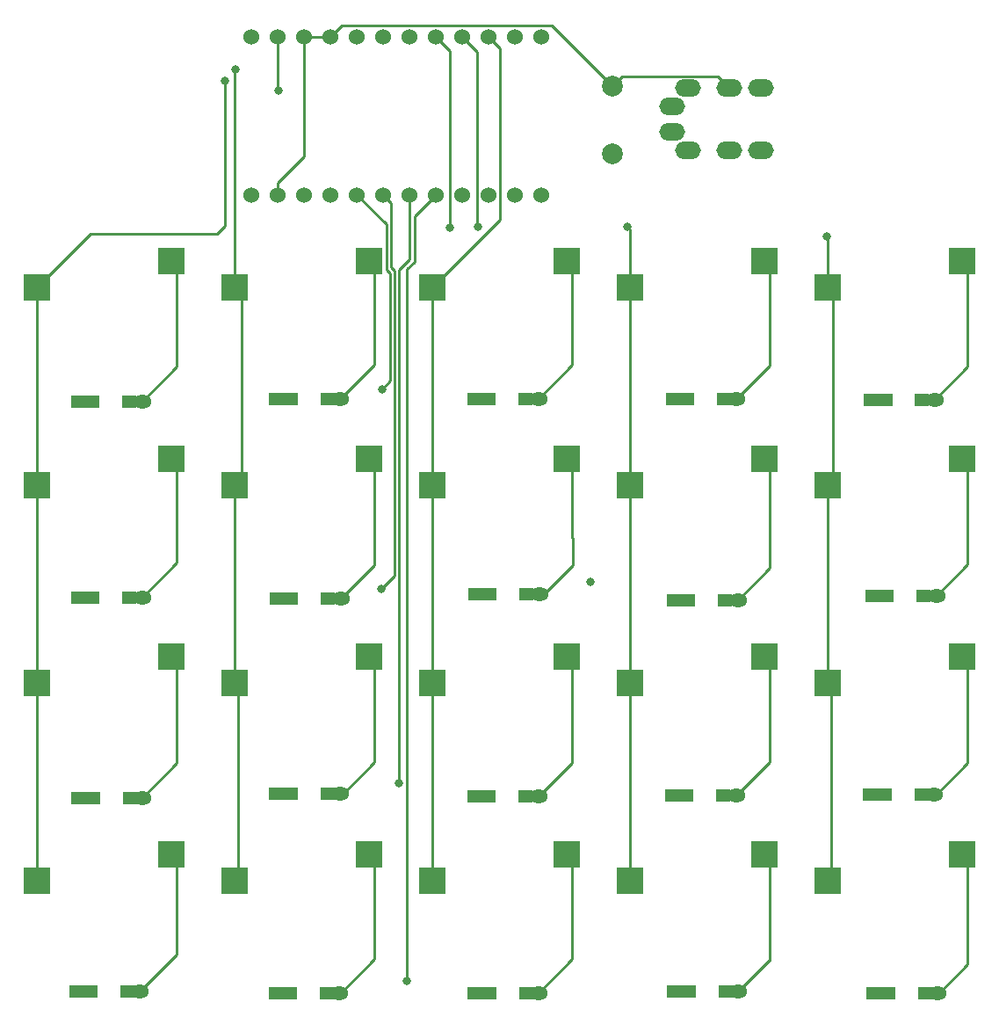
<source format=gbl>
%TF.GenerationSoftware,KiCad,Pcbnew,7.0.1-0*%
%TF.CreationDate,2023-08-16T18:45:31+09:00*%
%TF.ProjectId,jisaku20_right,6a697361-6b75-4323-905f-72696768742e,rev?*%
%TF.SameCoordinates,Original*%
%TF.FileFunction,Copper,L2,Bot*%
%TF.FilePolarity,Positive*%
%FSLAX46Y46*%
G04 Gerber Fmt 4.6, Leading zero omitted, Abs format (unit mm)*
G04 Created by KiCad (PCBNEW 7.0.1-0) date 2023-08-16 18:45:31*
%MOMM*%
%LPD*%
G01*
G04 APERTURE LIST*
%TA.AperFunction,SMDPad,CuDef*%
%ADD10R,2.550000X2.500000*%
%TD*%
%TA.AperFunction,ComponentPad*%
%ADD11C,1.524000*%
%TD*%
%TA.AperFunction,ComponentPad*%
%ADD12O,2.500000X1.700000*%
%TD*%
%TA.AperFunction,ComponentPad*%
%ADD13R,1.778000X1.300000*%
%TD*%
%TA.AperFunction,SMDPad,CuDef*%
%ADD14R,1.400000X1.300000*%
%TD*%
%TA.AperFunction,ComponentPad*%
%ADD15O,1.778000X1.300000*%
%TD*%
%TA.AperFunction,ComponentPad*%
%ADD16C,2.000000*%
%TD*%
%TA.AperFunction,ViaPad*%
%ADD17C,0.800000*%
%TD*%
%TA.AperFunction,Conductor*%
%ADD18C,0.250000*%
%TD*%
G04 APERTURE END LIST*
D10*
%TO.P,SW15,1,1*%
%TO.N,col4*%
X69115000Y-35560000D03*
%TO.P,SW15,2,2*%
%TO.N,Net-(D15-A)*%
X82042000Y-33020000D03*
%TD*%
%TO.P,SW1,1,1*%
%TO.N,col0*%
X-7085000Y2540000D03*
%TO.P,SW1,2,2*%
%TO.N,Net-(D1-A)*%
X5842000Y5080000D03*
%TD*%
D11*
%TO.P,U1,1,TX0/D3*%
%TO.N,unconnected-(U1-TX0{slash}D3-Pad1)*%
X13590000Y26652800D03*
%TO.P,U1,2,RX1/D2*%
%TO.N,data*%
X16130000Y26652800D03*
%TO.P,U1,3,GND*%
%TO.N,GND*%
X18670000Y26652800D03*
%TO.P,U1,4,GND*%
X21210000Y26652800D03*
%TO.P,U1,5,2/D1/SDA*%
%TO.N,unconnected-(U1-2{slash}D1{slash}SDA-Pad5)*%
X23750000Y26652800D03*
%TO.P,U1,6,3/D0/SCL*%
%TO.N,unconnected-(U1-3{slash}D0{slash}SCL-Pad6)*%
X26290000Y26652800D03*
%TO.P,U1,7,4/D4*%
%TO.N,unconnected-(U1-4{slash}D4-Pad7)*%
X28830000Y26652800D03*
%TO.P,U1,8,5/C6*%
%TO.N,col4*%
X31370000Y26652800D03*
%TO.P,U1,9,6/D7*%
%TO.N,col3*%
X33910000Y26652800D03*
%TO.P,U1,10,7/E6*%
%TO.N,col2*%
X36450000Y26652800D03*
%TO.P,U1,11,8/B4*%
%TO.N,col1*%
X38990000Y26652800D03*
%TO.P,U1,12,9/B5*%
%TO.N,col0*%
X41530000Y26652800D03*
%TO.P,U1,13,B6/10*%
%TO.N,unconnected-(U1-B6{slash}10-Pad13)*%
X41530000Y11432800D03*
%TO.P,U1,14,B2/16*%
%TO.N,unconnected-(U1-B2{slash}16-Pad14)*%
X38990000Y11432800D03*
%TO.P,U1,15,B3/14*%
%TO.N,unconnected-(U1-B3{slash}14-Pad15)*%
X36450000Y11432800D03*
%TO.P,U1,16,B1/15*%
%TO.N,unconnected-(U1-B1{slash}15-Pad16)*%
X33910000Y11432800D03*
%TO.P,U1,17,F7/A0*%
%TO.N,row3*%
X31370000Y11432800D03*
%TO.P,U1,18,F6/A1*%
%TO.N,row2*%
X28830000Y11432800D03*
%TO.P,U1,19,F5/A2*%
%TO.N,row1*%
X26290000Y11432800D03*
%TO.P,U1,20,F4/A3*%
%TO.N,row0*%
X23750000Y11432800D03*
%TO.P,U1,21,VCC*%
%TO.N,VCC*%
X21210000Y11432800D03*
%TO.P,U1,22,RST*%
%TO.N,reset*%
X18670000Y11432800D03*
%TO.P,U1,23,GND*%
%TO.N,GND*%
X16130000Y11432800D03*
%TO.P,U1,24,RAW*%
%TO.N,unconnected-(U1-RAW-Pad24)*%
X13590000Y11432800D03*
%TD*%
D10*
%TO.P,SW14,1,1*%
%TO.N,col3*%
X50065000Y-35560000D03*
%TO.P,SW14,2,2*%
%TO.N,Net-(D14-A)*%
X62992000Y-33020000D03*
%TD*%
%TO.P,SW2,1,1*%
%TO.N,col1*%
X11965000Y2540000D03*
%TO.P,SW2,2,2*%
%TO.N,Net-(D2-A)*%
X24892000Y5080000D03*
%TD*%
%TO.P,SW17,1,1*%
%TO.N,col1*%
X11965000Y-54610000D03*
%TO.P,SW17,2,2*%
%TO.N,Net-(D17-A)*%
X24892000Y-52070000D03*
%TD*%
%TO.P,SW5,1,1*%
%TO.N,col4*%
X69115000Y2540000D03*
%TO.P,SW5,2,2*%
%TO.N,Net-(D5-A)*%
X82042000Y5080000D03*
%TD*%
%TO.P,SW7,1,1*%
%TO.N,col1*%
X11965000Y-16510000D03*
%TO.P,SW7,2,2*%
%TO.N,Net-(D7-A)*%
X24892000Y-13970000D03*
%TD*%
%TO.P,SW20,1,1*%
%TO.N,col4*%
X69115000Y-54610000D03*
%TO.P,SW20,2,2*%
%TO.N,Net-(D20-A)*%
X82042000Y-52070000D03*
%TD*%
%TO.P,SW8,1,1*%
%TO.N,col2*%
X31015000Y-16510000D03*
%TO.P,SW8,2,2*%
%TO.N,Net-(D8-A)*%
X43942000Y-13970000D03*
%TD*%
%TO.P,SW10,1,1*%
%TO.N,col4*%
X69115000Y-16510000D03*
%TO.P,SW10,2,2*%
%TO.N,Net-(D10-A)*%
X82042000Y-13970000D03*
%TD*%
%TO.P,SW3,1,1*%
%TO.N,col2*%
X31015000Y2540000D03*
%TO.P,SW3,2,2*%
%TO.N,Net-(D3-A)*%
X43942000Y5080000D03*
%TD*%
%TO.P,SW16,1,1*%
%TO.N,col0*%
X-7085000Y-54610000D03*
%TO.P,SW16,2,2*%
%TO.N,Net-(D16-A)*%
X5842000Y-52070000D03*
%TD*%
%TO.P,SW18,1,1*%
%TO.N,col2*%
X31015000Y-54610000D03*
%TO.P,SW18,2,2*%
%TO.N,Net-(D18-A)*%
X43942000Y-52070000D03*
%TD*%
%TO.P,SW12,1,1*%
%TO.N,col1*%
X11965000Y-35560000D03*
%TO.P,SW12,2,2*%
%TO.N,Net-(D12-A)*%
X24892000Y-33020000D03*
%TD*%
%TO.P,SW9,1,1*%
%TO.N,col3*%
X50065000Y-16510000D03*
%TO.P,SW9,2,2*%
%TO.N,Net-(D9-A)*%
X62992000Y-13970000D03*
%TD*%
%TO.P,SW11,1,1*%
%TO.N,col0*%
X-7085000Y-35560000D03*
%TO.P,SW11,2,2*%
%TO.N,Net-(D11-A)*%
X5842000Y-33020000D03*
%TD*%
%TO.P,SW6,1,1*%
%TO.N,col0*%
X-7085000Y-16510000D03*
%TO.P,SW6,2,2*%
%TO.N,Net-(D6-A)*%
X5842000Y-13970000D03*
%TD*%
%TO.P,SW4,1,1*%
%TO.N,col3*%
X50065000Y2540000D03*
%TO.P,SW4,2,2*%
%TO.N,Net-(D4-A)*%
X62992000Y5080000D03*
%TD*%
%TO.P,SW13,1,1*%
%TO.N,col2*%
X31015000Y-35560000D03*
%TO.P,SW13,2,2*%
%TO.N,Net-(D13-A)*%
X43942000Y-33020000D03*
%TD*%
%TO.P,SW19,1,1*%
%TO.N,col3*%
X50065000Y-54610000D03*
%TO.P,SW19,2,2*%
%TO.N,Net-(D19-A)*%
X62992000Y-52070000D03*
%TD*%
D12*
%TO.P,J1,A*%
%TO.N,unconnected-(J1-PadA)*%
X54130000Y17520000D03*
X54130000Y19970000D03*
%TO.P,J1,B*%
%TO.N,data*%
X62630000Y15770000D03*
X62630000Y21720000D03*
%TO.P,J1,C*%
%TO.N,GND*%
X59630000Y15770000D03*
X59630000Y21720000D03*
%TO.P,J1,D*%
%TO.N,VCC*%
X55630000Y15770000D03*
X55630000Y21720000D03*
%TD*%
D13*
%TO.P,D15,1,K*%
%TO.N,row2*%
X73360000Y-46332500D03*
D14*
X74585000Y-46332500D03*
%TO.P,D15,2,A*%
%TO.N,Net-(D15-A)*%
X78135000Y-46332500D03*
D15*
X79360000Y-46332500D03*
%TD*%
D13*
%TO.P,D11,1,K*%
%TO.N,row2*%
X-2930000Y-46640000D03*
D14*
X-1705000Y-46640000D03*
%TO.P,D11,2,A*%
%TO.N,Net-(D11-A)*%
X1845000Y-46640000D03*
D15*
X3070000Y-46640000D03*
%TD*%
D13*
%TO.P,D4,1,K*%
%TO.N,row0*%
X54330000Y-8240000D03*
D14*
X55555000Y-8240000D03*
%TO.P,D4,2,A*%
%TO.N,Net-(D4-A)*%
X59105000Y-8240000D03*
D15*
X60330000Y-8240000D03*
%TD*%
D13*
%TO.P,D6,1,K*%
%TO.N,row1*%
X-2950000Y-27340000D03*
D14*
X-1725000Y-27340000D03*
%TO.P,D6,2,A*%
%TO.N,Net-(D6-A)*%
X1825000Y-27340000D03*
D15*
X3050000Y-27340000D03*
%TD*%
D13*
%TO.P,D9,1,K*%
%TO.N,row1*%
X54440000Y-27630000D03*
D14*
X55665000Y-27630000D03*
%TO.P,D9,2,A*%
%TO.N,Net-(D9-A)*%
X59215000Y-27630000D03*
D15*
X60440000Y-27630000D03*
%TD*%
D13*
%TO.P,D8,1,K*%
%TO.N,row1*%
X35310000Y-27050000D03*
D14*
X36535000Y-27050000D03*
%TO.P,D8,2,A*%
%TO.N,Net-(D8-A)*%
X40085000Y-27050000D03*
D15*
X41310000Y-27050000D03*
%TD*%
D13*
%TO.P,D20,1,K*%
%TO.N,row3*%
X73695000Y-65430000D03*
D14*
X74920000Y-65430000D03*
%TO.P,D20,2,A*%
%TO.N,Net-(D20-A)*%
X78470000Y-65430000D03*
D15*
X79695000Y-65430000D03*
%TD*%
D13*
%TO.P,D17,1,K*%
%TO.N,row3*%
X16061250Y-65430000D03*
D14*
X17286250Y-65430000D03*
%TO.P,D17,2,A*%
%TO.N,Net-(D17-A)*%
X20836250Y-65430000D03*
D15*
X22061250Y-65430000D03*
%TD*%
D13*
%TO.P,D12,1,K*%
%TO.N,row2*%
X16142500Y-46230000D03*
D14*
X17367500Y-46230000D03*
%TO.P,D12,2,A*%
%TO.N,Net-(D12-A)*%
X20917500Y-46230000D03*
D15*
X22142500Y-46230000D03*
%TD*%
D13*
%TO.P,D10,1,K*%
%TO.N,row1*%
X73570000Y-27195000D03*
D14*
X74795000Y-27195000D03*
%TO.P,D10,2,A*%
%TO.N,Net-(D10-A)*%
X78345000Y-27195000D03*
D15*
X79570000Y-27195000D03*
%TD*%
D13*
%TO.P,D5,1,K*%
%TO.N,row0*%
X73430000Y-8300000D03*
D14*
X74655000Y-8300000D03*
%TO.P,D5,2,A*%
%TO.N,Net-(D5-A)*%
X78205000Y-8300000D03*
D15*
X79430000Y-8300000D03*
%TD*%
D13*
%TO.P,D13,1,K*%
%TO.N,row2*%
X35215000Y-46537500D03*
D14*
X36440000Y-46537500D03*
%TO.P,D13,2,A*%
%TO.N,Net-(D13-A)*%
X39990000Y-46537500D03*
D15*
X41215000Y-46537500D03*
%TD*%
D13*
%TO.P,D1,1,K*%
%TO.N,row0*%
X-2970000Y-8510000D03*
D14*
X-1745000Y-8510000D03*
%TO.P,D1,2,A*%
%TO.N,Net-(D1-A)*%
X1805000Y-8510000D03*
D15*
X3030000Y-8510000D03*
%TD*%
D13*
%TO.P,D14,1,K*%
%TO.N,row2*%
X54287500Y-46435000D03*
D14*
X55512500Y-46435000D03*
%TO.P,D14,2,A*%
%TO.N,Net-(D14-A)*%
X59062500Y-46435000D03*
D15*
X60287500Y-46435000D03*
%TD*%
D13*
%TO.P,D7,1,K*%
%TO.N,row1*%
X16180000Y-27485000D03*
D14*
X17405000Y-27485000D03*
%TO.P,D7,2,A*%
%TO.N,Net-(D7-A)*%
X20955000Y-27485000D03*
D15*
X22180000Y-27485000D03*
%TD*%
D16*
%TO.P,SW21,1,1*%
%TO.N,reset*%
X48360000Y15380000D03*
%TO.P,SW21,2,2*%
%TO.N,GND*%
X48360000Y21880000D03*
%TD*%
D13*
%TO.P,D3,1,K*%
%TO.N,row0*%
X35230000Y-8240000D03*
D14*
X36455000Y-8240000D03*
%TO.P,D3,2,A*%
%TO.N,Net-(D3-A)*%
X40005000Y-8240000D03*
D15*
X41230000Y-8240000D03*
%TD*%
D13*
%TO.P,D19,1,K*%
%TO.N,row3*%
X54483750Y-65300000D03*
D14*
X55708750Y-65300000D03*
%TO.P,D19,2,A*%
%TO.N,Net-(D19-A)*%
X59258750Y-65300000D03*
D15*
X60483750Y-65300000D03*
%TD*%
D13*
%TO.P,D18,1,K*%
%TO.N,row3*%
X35272500Y-65430000D03*
D14*
X36497500Y-65430000D03*
%TO.P,D18,2,A*%
%TO.N,Net-(D18-A)*%
X40047500Y-65430000D03*
D15*
X41272500Y-65430000D03*
%TD*%
D13*
%TO.P,D16,1,K*%
%TO.N,row3*%
X-3150000Y-65300000D03*
D14*
X-1925000Y-65300000D03*
%TO.P,D16,2,A*%
%TO.N,Net-(D16-A)*%
X1625000Y-65300000D03*
D15*
X2850000Y-65300000D03*
%TD*%
D13*
%TO.P,D2,1,K*%
%TO.N,row0*%
X16130000Y-8240000D03*
D14*
X17355000Y-8240000D03*
%TO.P,D2,2,A*%
%TO.N,Net-(D2-A)*%
X20905000Y-8240000D03*
D15*
X22130000Y-8240000D03*
%TD*%
D17*
%TO.N,row0*%
X26150000Y-7265000D03*
%TO.N,row1*%
X26100000Y-26510000D03*
X46220000Y-25840000D03*
%TO.N,row2*%
X27810000Y-45255000D03*
%TO.N,row3*%
X28540000Y-64320000D03*
%TO.N,col0*%
X11020000Y22430000D03*
%TO.N,col1*%
X12030000Y23490000D03*
%TO.N,col3*%
X35400000Y8340000D03*
X49810000Y8340000D03*
%TO.N,col4*%
X69060000Y7400000D03*
X32700000Y8250000D03*
%TO.N,data*%
X16190000Y21510000D03*
%TD*%
D18*
%TO.N,row0*%
X26920000Y-6495000D02*
X26920000Y3871999D01*
X26601999Y4190000D02*
X26601999Y8580801D01*
X26920000Y3871999D02*
X26601999Y4190000D01*
X26150000Y-7265000D02*
X26920000Y-6495000D01*
X26601999Y8580801D02*
X23750000Y11432800D01*
%TO.N,Net-(D1-A)*%
X5842000Y5080000D02*
X6405000Y4517000D01*
X6405000Y4517000D02*
X6405000Y-5135000D01*
X6405000Y-5135000D02*
X3030000Y-8510000D01*
%TO.N,Net-(D2-A)*%
X25455000Y-4915000D02*
X22130000Y-8240000D01*
X24892000Y5080000D02*
X25455000Y4517000D01*
X25455000Y4517000D02*
X25455000Y-4915000D01*
%TO.N,Net-(D3-A)*%
X43942000Y5080000D02*
X44505000Y4517000D01*
X44505000Y4517000D02*
X44505000Y-4965000D01*
X44505000Y-4965000D02*
X41230000Y-8240000D01*
%TO.N,Net-(D4-A)*%
X63555000Y-5015000D02*
X60330000Y-8240000D01*
X63555000Y4517000D02*
X63555000Y-5015000D01*
X62992000Y5080000D02*
X63555000Y4517000D01*
%TO.N,Net-(D5-A)*%
X82042000Y5080000D02*
X82605000Y4517000D01*
X82605000Y4517000D02*
X82605000Y-5125000D01*
X82605000Y-5125000D02*
X79430000Y-8300000D01*
%TO.N,row1*%
X27370000Y-25240000D02*
X27370000Y4161999D01*
X27051999Y10670801D02*
X26290000Y11432800D01*
X26100000Y-26510000D02*
X27370000Y-25240000D01*
X27051999Y4480000D02*
X27051999Y10670801D01*
X27370000Y4161999D02*
X27051999Y4480000D01*
%TO.N,Net-(D6-A)*%
X6405000Y-14533000D02*
X6405000Y-23985000D01*
X6405000Y-23985000D02*
X3050000Y-27340000D01*
X5842000Y-13970000D02*
X6405000Y-14533000D01*
%TO.N,Net-(D7-A)*%
X22180000Y-27485000D02*
X25455000Y-24210000D01*
X25455000Y-14533000D02*
X24892000Y-13970000D01*
X25455000Y-24210000D02*
X25455000Y-14533000D01*
%TO.N,Net-(D8-A)*%
X44520000Y-21590000D02*
X44520000Y-24260000D01*
X44505000Y-21575000D02*
X44520000Y-21590000D01*
X44505000Y-14533000D02*
X44505000Y-21575000D01*
X41730000Y-27050000D02*
X41310000Y-27050000D01*
X43942000Y-13970000D02*
X44505000Y-14533000D01*
X44520000Y-24260000D02*
X41730000Y-27050000D01*
%TO.N,Net-(D9-A)*%
X63555000Y-24515000D02*
X60440000Y-27630000D01*
X62992000Y-13970000D02*
X63555000Y-14533000D01*
X63555000Y-14533000D02*
X63555000Y-24515000D01*
%TO.N,Net-(D10-A)*%
X82605000Y-14533000D02*
X82605000Y-24160000D01*
X82042000Y-13970000D02*
X82605000Y-14533000D01*
X82605000Y-24160000D02*
X79570000Y-27195000D01*
%TO.N,row2*%
X28830000Y11432800D02*
X28830000Y5190000D01*
X28970000Y11292800D02*
X28830000Y11432800D01*
X27820000Y4180000D02*
X27820000Y-45245000D01*
X27820000Y-45245000D02*
X27810000Y-45255000D01*
X28830000Y5190000D02*
X27820000Y4180000D01*
%TO.N,Net-(D11-A)*%
X6405000Y-43305000D02*
X6405000Y-33583000D01*
X6405000Y-33583000D02*
X5842000Y-33020000D01*
X3070000Y-46640000D02*
X6405000Y-43305000D01*
%TO.N,row3*%
X29280000Y5003604D02*
X29280000Y9342800D01*
X28535000Y-64315000D02*
X28535000Y4258604D01*
X28540000Y-64320000D02*
X28535000Y-64315000D01*
X29280000Y9342800D02*
X31370000Y11432800D01*
X28535000Y4258604D02*
X29280000Y5003604D01*
%TO.N,Net-(D12-A)*%
X22450000Y-46230000D02*
X22142500Y-46230000D01*
X24892000Y-33020000D02*
X25455000Y-33583000D01*
X25455000Y-43225000D02*
X22450000Y-46230000D01*
X25455000Y-33583000D02*
X25455000Y-43225000D01*
%TO.N,Net-(D13-A)*%
X44505000Y-43247500D02*
X41215000Y-46537500D01*
X44505000Y-33583000D02*
X44505000Y-43247500D01*
X43942000Y-33020000D02*
X44505000Y-33583000D01*
%TO.N,Net-(D14-A)*%
X63555000Y-33583000D02*
X63555000Y-43167500D01*
X62992000Y-33020000D02*
X63555000Y-33583000D01*
X63555000Y-43167500D02*
X60287500Y-46435000D01*
%TO.N,Net-(D15-A)*%
X79567500Y-46332500D02*
X79360000Y-46332500D01*
X82042000Y-33020000D02*
X82605000Y-33583000D01*
X82605000Y-33583000D02*
X82605000Y-43295000D01*
X82605000Y-43295000D02*
X79567500Y-46332500D01*
%TO.N,Net-(D16-A)*%
X6370000Y-61780000D02*
X6370000Y-60520000D01*
X2850000Y-65300000D02*
X6370000Y-61780000D01*
X6370000Y-60520000D02*
X6405000Y-60485000D01*
X6405000Y-52633000D02*
X5842000Y-52070000D01*
X6405000Y-60485000D02*
X6405000Y-52633000D01*
%TO.N,Net-(D17-A)*%
X25455000Y-62185000D02*
X22210000Y-65430000D01*
X24892000Y-52070000D02*
X25455000Y-52633000D01*
X22210000Y-65430000D02*
X22061250Y-65430000D01*
X25455000Y-52633000D02*
X25455000Y-62185000D01*
%TO.N,Net-(D18-A)*%
X44505000Y-62197500D02*
X44505000Y-52633000D01*
X44505000Y-52633000D02*
X43942000Y-52070000D01*
X41272500Y-65430000D02*
X44505000Y-62197500D01*
%TO.N,Net-(D19-A)*%
X63555000Y-52633000D02*
X63555000Y-62315000D01*
X62992000Y-52070000D02*
X63555000Y-52633000D01*
X63555000Y-62315000D02*
X63468750Y-62315000D01*
X63468750Y-62315000D02*
X60483750Y-65300000D01*
%TO.N,Net-(D20-A)*%
X82605000Y-52633000D02*
X82605000Y-62655000D01*
X82042000Y-52070000D02*
X82605000Y-52633000D01*
X82605000Y-62655000D02*
X79830000Y-65430000D01*
X79830000Y-65430000D02*
X79695000Y-65430000D01*
%TO.N,col0*%
X10230000Y7680000D02*
X-1945000Y7680000D01*
X10980000Y8430000D02*
X10980000Y22390000D01*
X-1945000Y7680000D02*
X-7085000Y2540000D01*
X10980000Y22390000D02*
X11020000Y22430000D01*
X10980000Y8430000D02*
X10230000Y7680000D01*
X-7085000Y-35560000D02*
X-7085000Y-54610000D01*
X-7085000Y-16510000D02*
X-7085000Y-35560000D01*
X-7085000Y2540000D02*
X-7085000Y-16510000D01*
%TO.N,col1*%
X12645000Y-15830000D02*
X12645000Y1860000D01*
X12310000Y-35905000D02*
X11965000Y-35560000D01*
X11965000Y-54610000D02*
X12310000Y-54265000D01*
X11965000Y-35560000D02*
X11965000Y-16510000D01*
X12310000Y-54265000D02*
X12310000Y-35905000D01*
X11965000Y2540000D02*
X11965000Y23425000D01*
X12645000Y1860000D02*
X11965000Y2540000D01*
X11965000Y-16510000D02*
X12645000Y-15830000D01*
X11965000Y23425000D02*
X12030000Y23490000D01*
%TO.N,col2*%
X31015000Y-16510000D02*
X31015000Y-35560000D01*
X31015000Y2540000D02*
X31015000Y-16510000D01*
X31015000Y-54610000D02*
X31015000Y-35560000D01*
X37537000Y9062000D02*
X37537000Y25565800D01*
X31015000Y2705000D02*
X31015000Y2540000D01*
X37537000Y25565800D02*
X36450000Y26652800D01*
X31015000Y2540000D02*
X37537000Y9062000D01*
%TO.N,col3*%
X35363000Y25199800D02*
X35363000Y8377000D01*
X50065000Y-35560000D02*
X50065000Y-16510000D01*
X50065000Y-54610000D02*
X50065000Y-35560000D01*
X50065000Y8085000D02*
X50065000Y2540000D01*
X35363000Y8377000D02*
X35400000Y8340000D01*
X33910000Y26652800D02*
X35363000Y25199800D01*
X49810000Y8340000D02*
X50065000Y8085000D01*
X50065000Y-16510000D02*
X50065000Y2540000D01*
%TO.N,col4*%
X69115000Y-35560000D02*
X69400000Y-35845000D01*
X32700000Y25322800D02*
X31370000Y26652800D01*
X69115000Y7345000D02*
X69060000Y7400000D01*
X69580000Y-16045000D02*
X69115000Y-16510000D01*
X69400000Y-35845000D02*
X69400000Y-54325000D01*
X69115000Y2540000D02*
X69115000Y7345000D01*
X69115000Y-16510000D02*
X69115000Y-35560000D01*
X32700000Y8250000D02*
X32700000Y25322800D01*
X69115000Y2540000D02*
X69580000Y2075000D01*
X69400000Y-54325000D02*
X69115000Y-54610000D01*
X69580000Y2075000D02*
X69580000Y-16045000D01*
%TO.N,GND*%
X18670000Y26652800D02*
X21210000Y26652800D01*
X59630000Y21720000D02*
X58505000Y22845000D01*
X18670000Y15150000D02*
X16130000Y12610000D01*
X18670000Y26652800D02*
X18670000Y15150000D01*
X42500200Y27739800D02*
X22297000Y27739800D01*
X22297000Y27739800D02*
X21210000Y26652800D01*
X48360000Y21880000D02*
X42500200Y27739800D01*
X49325000Y22845000D02*
X48360000Y21880000D01*
X16130000Y12610000D02*
X16130000Y11432800D01*
X58505000Y22845000D02*
X49325000Y22845000D01*
%TO.N,data*%
X16130000Y21570000D02*
X16190000Y21510000D01*
X16130000Y26652800D02*
X16130000Y21570000D01*
%TD*%
M02*

</source>
